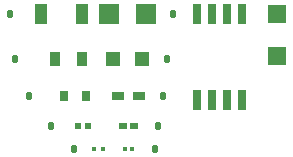
<source format=gtp>
G04 #@! TF.FileFunction,Paste,Top*
%FSLAX46Y46*%
G04 Gerber Fmt 4.6, Leading zero omitted, Abs format (unit mm)*
G04 Created by KiCad (PCBNEW 4.0.7) date 03/27/19 21:47:28*
%MOMM*%
%LPD*%
G01*
G04 APERTURE LIST*
%ADD10C,0.100000*%
%ADD11R,0.400000X0.400000*%
%ADD12R,0.700000X0.600000*%
%ADD13R,1.700000X1.800860*%
%ADD14R,1.600000X1.600000*%
%ADD15R,1.300000X1.198880*%
%ADD16R,1.000000X0.797560*%
%ADD17R,0.650000X1.700000*%
%ADD18O,0.508000X0.762000*%
%ADD19R,1.100000X1.700000*%
%ADD20R,0.900000X1.300000*%
%ADD21R,0.700000X0.900000*%
%ADD22R,0.600000X0.600000*%
%ADD23R,0.450000X0.430000*%
G04 APERTURE END LIST*
D10*
D11*
X207980000Y-103505000D03*
X208580000Y-103505000D03*
D12*
X207780000Y-101600000D03*
X208780000Y-101600000D03*
D13*
X209804000Y-92075000D03*
X206629000Y-92075000D03*
D14*
X220853000Y-95631000D03*
X220853000Y-92075000D03*
D15*
X209423000Y-95885000D03*
X207010000Y-95885000D03*
D16*
X209169000Y-99060000D03*
X207391000Y-99060000D03*
D17*
X214122000Y-99408000D03*
X215392000Y-99408000D03*
X216662000Y-99408000D03*
X217932000Y-99408000D03*
X217932000Y-92108000D03*
X216662000Y-92108000D03*
X215392000Y-92108000D03*
X214122000Y-92108000D03*
D18*
X212090000Y-92075000D03*
X211582000Y-95885000D03*
X211201000Y-99060000D03*
X210820000Y-101600000D03*
X210566000Y-103505000D03*
X198247000Y-92075000D03*
X198691500Y-95885000D03*
X199898000Y-99060000D03*
X201739500Y-101600000D03*
X203708000Y-103505000D03*
D19*
X204343000Y-92075000D03*
X200914000Y-92075000D03*
D20*
X204343000Y-95885000D03*
X202057000Y-95885000D03*
D21*
X204724000Y-99060000D03*
X202819000Y-99060000D03*
D22*
X204870000Y-101600000D03*
X203970000Y-101600000D03*
D23*
X206140000Y-103505000D03*
X205340000Y-103505000D03*
M02*

</source>
